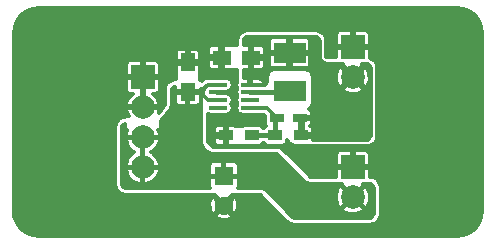
<source format=gbr>
G04 #@! TF.FileFunction,Copper,L1,Top,Signal*
%FSLAX46Y46*%
G04 Gerber Fmt 4.6, Leading zero omitted, Abs format (unit mm)*
G04 Created by KiCad (PCBNEW 4.0.7) date 04/02/18 09:43:40*
%MOMM*%
%LPD*%
G01*
G04 APERTURE LIST*
%ADD10C,0.100000*%
%ADD11O,1.560000X0.380000*%
%ADD12R,2.000000X2.000000*%
%ADD13C,2.000000*%
%ADD14R,2.700000X1.800000*%
%ADD15R,1.250000X1.500000*%
%ADD16R,1.200000X0.750000*%
%ADD17R,1.500000X1.250000*%
%ADD18R,1.600000X1.600000*%
%ADD19C,1.600000*%
%ADD20R,1.200000X0.900000*%
%ADD21C,0.380000*%
%ADD22C,0.390000*%
%ADD23C,0.400000*%
%ADD24C,0.300000*%
%ADD25C,0.600000*%
G04 APERTURE END LIST*
D10*
D11*
X125778095Y-107323000D03*
X125778095Y-107973000D03*
X125778095Y-108633000D03*
X125778095Y-109283000D03*
X128478095Y-109283000D03*
X128478095Y-108633000D03*
X128478095Y-107973000D03*
X128478095Y-107323000D03*
D12*
X137160000Y-114300000D03*
D13*
X137160000Y-116840000D03*
D14*
X131800000Y-107820000D03*
X131800000Y-104620000D03*
D15*
X123190000Y-107930000D03*
X123190000Y-105430000D03*
D16*
X130750000Y-110120000D03*
X132650000Y-110120000D03*
D17*
X128550000Y-105020000D03*
X126050000Y-105020000D03*
D18*
X126238000Y-115062000D03*
D19*
X126238000Y-117562000D03*
D12*
X119380000Y-106680000D03*
D13*
X119380000Y-109220000D03*
X119380000Y-111760000D03*
X119380000Y-114300000D03*
D20*
X132800000Y-111620000D03*
X130600000Y-111620000D03*
X128600000Y-111620000D03*
X126400000Y-111620000D03*
D12*
X137160000Y-104140000D03*
D13*
X137160000Y-106680000D03*
D21*
X124500000Y-107950000D02*
X123210000Y-107950000D01*
X123210000Y-107950000D02*
X123190000Y-107930000D01*
X125778095Y-108633000D02*
X124913000Y-108633000D01*
X124500000Y-108220000D02*
X124500000Y-107950000D01*
X124500000Y-107950000D02*
X124500000Y-107716000D01*
X124913000Y-108633000D02*
X124500000Y-108220000D01*
X125778095Y-107323000D02*
X124897000Y-107323000D01*
D22*
X124504000Y-107716000D02*
X124500000Y-107716000D01*
D21*
X124897000Y-107323000D02*
X124504000Y-107716000D01*
X125778095Y-107973000D02*
X127097000Y-107973000D01*
D22*
X127097000Y-107973000D02*
X127100000Y-107970000D01*
D23*
X130600000Y-111620000D02*
X130600000Y-110270000D01*
X130600000Y-110270000D02*
X130750000Y-110120000D01*
X128600000Y-111620000D02*
X130600000Y-111620000D01*
D21*
X128478095Y-109283000D02*
X129913000Y-109283000D01*
X129913000Y-109283000D02*
X130750000Y-110120000D01*
D24*
X129590000Y-107323000D02*
X129697000Y-107323000D01*
X128409095Y-107323000D02*
X129590000Y-107323000D01*
X129697000Y-107323000D02*
X129790000Y-107230000D01*
D25*
X132800000Y-111620000D02*
X132800000Y-110270000D01*
X132800000Y-110270000D02*
X132650000Y-110120000D01*
D24*
X128504000Y-105156000D02*
X128636000Y-105156000D01*
X128504000Y-105156000D02*
X128504000Y-105516000D01*
X128478095Y-105181905D02*
X128504000Y-105156000D01*
D22*
X128478095Y-107973000D02*
X131647000Y-107973000D01*
D24*
X131800000Y-107820000D02*
X131800000Y-107820000D01*
X131647000Y-107973000D02*
X131800000Y-107820000D01*
G36*
X146832778Y-100980206D02*
X147496384Y-101423614D01*
X147939794Y-102087222D01*
X148105000Y-102917769D01*
X148105000Y-118062231D01*
X147939794Y-118892778D01*
X147496384Y-119556386D01*
X146832778Y-119999794D01*
X146002231Y-120165000D01*
X110537769Y-120165000D01*
X109707222Y-119999794D01*
X109043614Y-119556384D01*
X108600206Y-118892778D01*
X108508047Y-118429462D01*
X125511960Y-118429462D01*
X125596134Y-118615583D01*
X126048182Y-118781015D01*
X126529127Y-118760863D01*
X126879866Y-118615583D01*
X126964040Y-118429462D01*
X126238000Y-117703421D01*
X125511960Y-118429462D01*
X108508047Y-118429462D01*
X108435000Y-118062231D01*
X108435000Y-117372182D01*
X125018985Y-117372182D01*
X125039137Y-117853127D01*
X125184417Y-118203866D01*
X125370538Y-118288040D01*
X126096579Y-117562000D01*
X126379421Y-117562000D01*
X127105462Y-118288040D01*
X127291583Y-118203866D01*
X127457015Y-117751818D01*
X127436863Y-117270873D01*
X127291583Y-116920134D01*
X127105462Y-116835960D01*
X126379421Y-117562000D01*
X126096579Y-117562000D01*
X125370538Y-116835960D01*
X125184417Y-116920134D01*
X125018985Y-117372182D01*
X108435000Y-117372182D01*
X108435000Y-110990000D01*
X117025000Y-110990000D01*
X117025000Y-115705000D01*
X117033646Y-115792790D01*
X117071706Y-115984132D01*
X117138900Y-116146350D01*
X117247287Y-116308561D01*
X117371439Y-116432713D01*
X117533650Y-116541100D01*
X117695868Y-116608294D01*
X117887210Y-116646354D01*
X117975000Y-116655000D01*
X125529841Y-116655000D01*
X125511960Y-116694538D01*
X126238000Y-117420579D01*
X126964040Y-116694538D01*
X126946159Y-116655000D01*
X129288570Y-116655000D01*
X129348655Y-116666952D01*
X129399589Y-116700985D01*
X131615355Y-118916751D01*
X131683546Y-118972714D01*
X131845758Y-119081101D01*
X132007975Y-119148294D01*
X132199317Y-119186354D01*
X132287107Y-119195000D01*
X138565000Y-119195000D01*
X138652790Y-119186354D01*
X138844132Y-119148294D01*
X139006350Y-119081100D01*
X139168561Y-118972713D01*
X139292713Y-118848561D01*
X139401100Y-118686350D01*
X139468294Y-118524132D01*
X139506354Y-118332790D01*
X139515000Y-118245000D01*
X139515000Y-116070000D01*
X139506354Y-115982210D01*
X139468294Y-115790868D01*
X139401100Y-115628650D01*
X139292713Y-115466439D01*
X139168561Y-115342287D01*
X139006350Y-115233900D01*
X138844132Y-115166706D01*
X138652790Y-115128646D01*
X138570000Y-115120492D01*
X138570000Y-114502500D01*
X138467500Y-114400000D01*
X137260000Y-114400000D01*
X137260000Y-114420000D01*
X137060000Y-114420000D01*
X137060000Y-114400000D01*
X135852500Y-114400000D01*
X135750000Y-114502500D01*
X135750000Y-115120000D01*
X133601430Y-115120000D01*
X133541345Y-115108048D01*
X133490411Y-115074015D01*
X131634842Y-113218446D01*
X135750000Y-113218446D01*
X135750000Y-114097500D01*
X135852500Y-114200000D01*
X137060000Y-114200000D01*
X137060000Y-112992500D01*
X137260000Y-112992500D01*
X137260000Y-114200000D01*
X138467500Y-114200000D01*
X138570000Y-114097500D01*
X138570000Y-113218446D01*
X138507581Y-113067754D01*
X138392246Y-112952419D01*
X138241554Y-112890000D01*
X137362500Y-112890000D01*
X137260000Y-112992500D01*
X137060000Y-112992500D01*
X136957500Y-112890000D01*
X136078446Y-112890000D01*
X135927754Y-112952419D01*
X135812419Y-113067754D01*
X135750000Y-113218446D01*
X131634842Y-113218446D01*
X131274645Y-112858249D01*
X131206454Y-112802286D01*
X131044242Y-112693899D01*
X130882025Y-112626706D01*
X130690683Y-112588646D01*
X130602893Y-112580000D01*
X125346430Y-112580000D01*
X125286345Y-112568048D01*
X125235411Y-112534015D01*
X124955985Y-112254589D01*
X124921952Y-112203655D01*
X124910000Y-112143570D01*
X124910000Y-111822500D01*
X125390000Y-111822500D01*
X125390000Y-112151554D01*
X125452419Y-112302246D01*
X125567754Y-112417581D01*
X125718446Y-112480000D01*
X126197500Y-112480000D01*
X126300000Y-112377500D01*
X126300000Y-111720000D01*
X125492500Y-111720000D01*
X125390000Y-111822500D01*
X124910000Y-111822500D01*
X124910000Y-111088446D01*
X125390000Y-111088446D01*
X125390000Y-111417500D01*
X125492500Y-111520000D01*
X126300000Y-111520000D01*
X126300000Y-110862500D01*
X126197500Y-110760000D01*
X125718446Y-110760000D01*
X125567754Y-110822419D01*
X125452419Y-110937754D01*
X125390000Y-111088446D01*
X124910000Y-111088446D01*
X124910000Y-109820509D01*
X124935172Y-109837328D01*
X125164782Y-109883000D01*
X126391408Y-109883000D01*
X126621018Y-109837328D01*
X126815672Y-109707264D01*
X126945736Y-109512610D01*
X126991408Y-109283000D01*
X126945736Y-109053390D01*
X126881998Y-108958000D01*
X126945736Y-108862610D01*
X126991408Y-108633000D01*
X126945736Y-108403390D01*
X126875689Y-108298558D01*
X126938371Y-108159507D01*
X126856440Y-108068000D01*
X126567366Y-108068000D01*
X126391408Y-108033000D01*
X125658095Y-108033000D01*
X125658095Y-107923000D01*
X126391408Y-107923000D01*
X126617640Y-107878000D01*
X126856440Y-107878000D01*
X126938371Y-107786493D01*
X126878381Y-107653413D01*
X126945736Y-107552610D01*
X126991408Y-107323000D01*
X126945736Y-107093390D01*
X126815672Y-106898736D01*
X126621018Y-106768672D01*
X126391408Y-106723000D01*
X124897000Y-106723000D01*
X124667390Y-106768672D01*
X124472736Y-106898736D01*
X124395143Y-106976329D01*
X124239132Y-106911706D01*
X124229000Y-106909691D01*
X124229000Y-106172000D01*
X124225000Y-106150741D01*
X124225000Y-105632500D01*
X124122500Y-105530000D01*
X123290000Y-105530000D01*
X123290000Y-105550000D01*
X123090000Y-105550000D01*
X123090000Y-105530000D01*
X122257500Y-105530000D01*
X122155000Y-105632500D01*
X122155000Y-106152248D01*
X122151000Y-106172000D01*
X122151000Y-106866477D01*
X122078210Y-106873646D01*
X121886868Y-106911706D01*
X121724650Y-106978900D01*
X121562439Y-107087287D01*
X121438287Y-107211439D01*
X121329900Y-107373650D01*
X121262706Y-107535868D01*
X121224646Y-107727210D01*
X121216000Y-107815000D01*
X121216000Y-109006564D01*
X121207067Y-109059015D01*
X121181277Y-109105551D01*
X120726748Y-109673713D01*
X120780842Y-109543118D01*
X120711374Y-109320000D01*
X119621424Y-109320000D01*
X119535565Y-109234141D01*
X119394141Y-109375565D01*
X119480000Y-109461424D01*
X119480000Y-109959000D01*
X119280000Y-109959000D01*
X119280000Y-109461424D01*
X119365859Y-109375565D01*
X119224435Y-109234141D01*
X119138576Y-109320000D01*
X118048626Y-109320000D01*
X117979158Y-109543118D01*
X118166401Y-109959000D01*
X117983000Y-109959000D01*
X117928481Y-109969258D01*
X117878409Y-110001479D01*
X117844818Y-110050642D01*
X117843460Y-110057348D01*
X117695868Y-110086706D01*
X117533650Y-110153900D01*
X117371439Y-110262287D01*
X117247287Y-110386439D01*
X117138900Y-110548650D01*
X117071706Y-110710868D01*
X117033646Y-110902210D01*
X117025000Y-110990000D01*
X108435000Y-110990000D01*
X108435000Y-106882500D01*
X117970000Y-106882500D01*
X117970000Y-107761554D01*
X118032419Y-107912246D01*
X118147754Y-108027581D01*
X118298446Y-108090000D01*
X118507232Y-108090000D01*
X118160976Y-108457934D01*
X117979158Y-108896882D01*
X118048626Y-109120000D01*
X119280000Y-109120000D01*
X119280000Y-106780000D01*
X119480000Y-106780000D01*
X119480000Y-109120000D01*
X120711374Y-109120000D01*
X120780842Y-108896882D01*
X120550557Y-108385399D01*
X120236664Y-108090000D01*
X120461554Y-108090000D01*
X120612246Y-108027581D01*
X120727581Y-107912246D01*
X120790000Y-107761554D01*
X120790000Y-106882500D01*
X120687500Y-106780000D01*
X119480000Y-106780000D01*
X119280000Y-106780000D01*
X118072500Y-106780000D01*
X117970000Y-106882500D01*
X108435000Y-106882500D01*
X108435000Y-105598446D01*
X117970000Y-105598446D01*
X117970000Y-106477500D01*
X118072500Y-106580000D01*
X119280000Y-106580000D01*
X119280000Y-105372500D01*
X119480000Y-105372500D01*
X119480000Y-106580000D01*
X120687500Y-106580000D01*
X120790000Y-106477500D01*
X120790000Y-105598446D01*
X120727581Y-105447754D01*
X120612246Y-105332419D01*
X120461554Y-105270000D01*
X119582500Y-105270000D01*
X119480000Y-105372500D01*
X119280000Y-105372500D01*
X119177500Y-105270000D01*
X118298446Y-105270000D01*
X118147754Y-105332419D01*
X118032419Y-105447754D01*
X117970000Y-105598446D01*
X108435000Y-105598446D01*
X108435000Y-104598446D01*
X122155000Y-104598446D01*
X122155000Y-105227500D01*
X122257500Y-105330000D01*
X123090000Y-105330000D01*
X123090000Y-104372500D01*
X123290000Y-104372500D01*
X123290000Y-105330000D01*
X124122500Y-105330000D01*
X124225000Y-105227500D01*
X124225000Y-105222500D01*
X124890000Y-105222500D01*
X124890000Y-105726554D01*
X124952419Y-105877246D01*
X125067754Y-105992581D01*
X125218446Y-106055000D01*
X125847500Y-106055000D01*
X125950000Y-105952500D01*
X125950000Y-105120000D01*
X124992500Y-105120000D01*
X124890000Y-105222500D01*
X124225000Y-105222500D01*
X124225000Y-104598446D01*
X124162581Y-104447754D01*
X124047246Y-104332419D01*
X124001442Y-104313446D01*
X124890000Y-104313446D01*
X124890000Y-104817500D01*
X124992500Y-104920000D01*
X125950000Y-104920000D01*
X125950000Y-104087500D01*
X126150000Y-104087500D01*
X126150000Y-104920000D01*
X126170000Y-104920000D01*
X126170000Y-105120000D01*
X126150000Y-105120000D01*
X126150000Y-105952500D01*
X126252500Y-106055000D01*
X126685912Y-106055000D01*
X126687642Y-106056182D01*
X126746000Y-106068000D01*
X127352000Y-106068000D01*
X127352000Y-106979000D01*
X127356482Y-107024505D01*
X127310454Y-107093390D01*
X127264782Y-107323000D01*
X127310454Y-107552610D01*
X127374192Y-107648000D01*
X127310454Y-107743390D01*
X127264782Y-107973000D01*
X127310454Y-108202610D01*
X127377533Y-108303000D01*
X127310454Y-108403390D01*
X127264782Y-108633000D01*
X127310454Y-108862610D01*
X127374192Y-108958000D01*
X127310454Y-109053390D01*
X127264782Y-109283000D01*
X127310454Y-109512610D01*
X127440518Y-109707264D01*
X127635172Y-109837328D01*
X127864782Y-109883000D01*
X129664472Y-109883000D01*
X129731968Y-109950496D01*
X129731968Y-110495000D01*
X129760557Y-110646937D01*
X129846985Y-110781251D01*
X129708518Y-110870351D01*
X129614903Y-111007362D01*
X129614369Y-111010000D01*
X129584255Y-111010000D01*
X129499649Y-110878518D01*
X129362638Y-110784903D01*
X129200000Y-110751968D01*
X128000000Y-110751968D01*
X127848063Y-110780557D01*
X127820956Y-110798000D01*
X127173294Y-110798000D01*
X127081554Y-110760000D01*
X126602500Y-110760000D01*
X126500000Y-110862500D01*
X126500000Y-111520000D01*
X126520000Y-111520000D01*
X126520000Y-111720000D01*
X126500000Y-111720000D01*
X126500000Y-112377500D01*
X126602500Y-112480000D01*
X127081554Y-112480000D01*
X127110524Y-112468000D01*
X127901079Y-112468000D01*
X128000000Y-112488032D01*
X129200000Y-112488032D01*
X129351937Y-112459443D01*
X129491482Y-112369649D01*
X129585097Y-112232638D01*
X129585631Y-112230000D01*
X129615745Y-112230000D01*
X129700351Y-112361482D01*
X129837362Y-112455097D01*
X130000000Y-112488032D01*
X131200000Y-112488032D01*
X131351937Y-112459443D01*
X131491482Y-112369649D01*
X131585097Y-112232638D01*
X131618032Y-112070000D01*
X131618032Y-111982566D01*
X131650159Y-112060127D01*
X131758546Y-112222338D01*
X131871662Y-112335454D01*
X131892609Y-112349450D01*
X131900351Y-112361482D01*
X132037362Y-112455097D01*
X132083702Y-112464481D01*
X132181672Y-112505062D01*
X132373014Y-112543122D01*
X132453000Y-112551000D01*
X138311000Y-112551000D01*
X138390986Y-112543122D01*
X138582328Y-112505062D01*
X138730127Y-112443841D01*
X138892338Y-112335454D01*
X139005454Y-112222338D01*
X139113841Y-112060127D01*
X139175062Y-111912328D01*
X139213122Y-111720986D01*
X139221000Y-111641000D01*
X139221000Y-105910000D01*
X139213122Y-105830014D01*
X139175062Y-105638672D01*
X139113841Y-105490873D01*
X139005454Y-105328662D01*
X138892338Y-105215546D01*
X138730127Y-105107159D01*
X138582328Y-105045938D01*
X138570000Y-105043486D01*
X138570000Y-104342500D01*
X138467500Y-104240000D01*
X137260000Y-104240000D01*
X137260000Y-104260000D01*
X137060000Y-104260000D01*
X137060000Y-104240000D01*
X135852500Y-104240000D01*
X135750000Y-104342500D01*
X135750000Y-105000000D01*
X135033380Y-105000000D01*
X134961632Y-104985728D01*
X134935040Y-104967960D01*
X134917272Y-104941368D01*
X134903000Y-104869620D01*
X134903000Y-103624000D01*
X134895122Y-103544014D01*
X134857062Y-103352672D01*
X134795841Y-103204873D01*
X134698001Y-103058446D01*
X135750000Y-103058446D01*
X135750000Y-103937500D01*
X135852500Y-104040000D01*
X137060000Y-104040000D01*
X137060000Y-102832500D01*
X137260000Y-102832500D01*
X137260000Y-104040000D01*
X138467500Y-104040000D01*
X138570000Y-103937500D01*
X138570000Y-103058446D01*
X138507581Y-102907754D01*
X138392246Y-102792419D01*
X138241554Y-102730000D01*
X137362500Y-102730000D01*
X137260000Y-102832500D01*
X137060000Y-102832500D01*
X136957500Y-102730000D01*
X136078446Y-102730000D01*
X135927754Y-102792419D01*
X135812419Y-102907754D01*
X135750000Y-103058446D01*
X134698001Y-103058446D01*
X134687454Y-103042662D01*
X134574338Y-102929546D01*
X134412127Y-102821159D01*
X134264328Y-102759938D01*
X134072986Y-102721878D01*
X133993000Y-102714000D01*
X128262000Y-102714000D01*
X128182014Y-102721878D01*
X127990672Y-102759938D01*
X127842873Y-102821159D01*
X127680662Y-102929546D01*
X127567546Y-103042662D01*
X127459159Y-103204873D01*
X127397938Y-103352672D01*
X127359878Y-103544014D01*
X127352000Y-103624000D01*
X127352000Y-103990000D01*
X126893625Y-103990000D01*
X126881554Y-103985000D01*
X126252500Y-103985000D01*
X126150000Y-104087500D01*
X125950000Y-104087500D01*
X125847500Y-103985000D01*
X125218446Y-103985000D01*
X125067754Y-104047419D01*
X124952419Y-104162754D01*
X124890000Y-104313446D01*
X124001442Y-104313446D01*
X123896554Y-104270000D01*
X123392500Y-104270000D01*
X123290000Y-104372500D01*
X123090000Y-104372500D01*
X122987500Y-104270000D01*
X122483446Y-104270000D01*
X122332754Y-104332419D01*
X122217419Y-104447754D01*
X122155000Y-104598446D01*
X108435000Y-104598446D01*
X108435000Y-102917769D01*
X108600206Y-102087222D01*
X109043614Y-101423616D01*
X109707222Y-100980206D01*
X110537769Y-100815000D01*
X146002231Y-100815000D01*
X146832778Y-100980206D01*
X146832778Y-100980206D01*
G37*
X146832778Y-100980206D02*
X147496384Y-101423614D01*
X147939794Y-102087222D01*
X148105000Y-102917769D01*
X148105000Y-118062231D01*
X147939794Y-118892778D01*
X147496384Y-119556386D01*
X146832778Y-119999794D01*
X146002231Y-120165000D01*
X110537769Y-120165000D01*
X109707222Y-119999794D01*
X109043614Y-119556384D01*
X108600206Y-118892778D01*
X108508047Y-118429462D01*
X125511960Y-118429462D01*
X125596134Y-118615583D01*
X126048182Y-118781015D01*
X126529127Y-118760863D01*
X126879866Y-118615583D01*
X126964040Y-118429462D01*
X126238000Y-117703421D01*
X125511960Y-118429462D01*
X108508047Y-118429462D01*
X108435000Y-118062231D01*
X108435000Y-117372182D01*
X125018985Y-117372182D01*
X125039137Y-117853127D01*
X125184417Y-118203866D01*
X125370538Y-118288040D01*
X126096579Y-117562000D01*
X126379421Y-117562000D01*
X127105462Y-118288040D01*
X127291583Y-118203866D01*
X127457015Y-117751818D01*
X127436863Y-117270873D01*
X127291583Y-116920134D01*
X127105462Y-116835960D01*
X126379421Y-117562000D01*
X126096579Y-117562000D01*
X125370538Y-116835960D01*
X125184417Y-116920134D01*
X125018985Y-117372182D01*
X108435000Y-117372182D01*
X108435000Y-110990000D01*
X117025000Y-110990000D01*
X117025000Y-115705000D01*
X117033646Y-115792790D01*
X117071706Y-115984132D01*
X117138900Y-116146350D01*
X117247287Y-116308561D01*
X117371439Y-116432713D01*
X117533650Y-116541100D01*
X117695868Y-116608294D01*
X117887210Y-116646354D01*
X117975000Y-116655000D01*
X125529841Y-116655000D01*
X125511960Y-116694538D01*
X126238000Y-117420579D01*
X126964040Y-116694538D01*
X126946159Y-116655000D01*
X129288570Y-116655000D01*
X129348655Y-116666952D01*
X129399589Y-116700985D01*
X131615355Y-118916751D01*
X131683546Y-118972714D01*
X131845758Y-119081101D01*
X132007975Y-119148294D01*
X132199317Y-119186354D01*
X132287107Y-119195000D01*
X138565000Y-119195000D01*
X138652790Y-119186354D01*
X138844132Y-119148294D01*
X139006350Y-119081100D01*
X139168561Y-118972713D01*
X139292713Y-118848561D01*
X139401100Y-118686350D01*
X139468294Y-118524132D01*
X139506354Y-118332790D01*
X139515000Y-118245000D01*
X139515000Y-116070000D01*
X139506354Y-115982210D01*
X139468294Y-115790868D01*
X139401100Y-115628650D01*
X139292713Y-115466439D01*
X139168561Y-115342287D01*
X139006350Y-115233900D01*
X138844132Y-115166706D01*
X138652790Y-115128646D01*
X138570000Y-115120492D01*
X138570000Y-114502500D01*
X138467500Y-114400000D01*
X137260000Y-114400000D01*
X137260000Y-114420000D01*
X137060000Y-114420000D01*
X137060000Y-114400000D01*
X135852500Y-114400000D01*
X135750000Y-114502500D01*
X135750000Y-115120000D01*
X133601430Y-115120000D01*
X133541345Y-115108048D01*
X133490411Y-115074015D01*
X131634842Y-113218446D01*
X135750000Y-113218446D01*
X135750000Y-114097500D01*
X135852500Y-114200000D01*
X137060000Y-114200000D01*
X137060000Y-112992500D01*
X137260000Y-112992500D01*
X137260000Y-114200000D01*
X138467500Y-114200000D01*
X138570000Y-114097500D01*
X138570000Y-113218446D01*
X138507581Y-113067754D01*
X138392246Y-112952419D01*
X138241554Y-112890000D01*
X137362500Y-112890000D01*
X137260000Y-112992500D01*
X137060000Y-112992500D01*
X136957500Y-112890000D01*
X136078446Y-112890000D01*
X135927754Y-112952419D01*
X135812419Y-113067754D01*
X135750000Y-113218446D01*
X131634842Y-113218446D01*
X131274645Y-112858249D01*
X131206454Y-112802286D01*
X131044242Y-112693899D01*
X130882025Y-112626706D01*
X130690683Y-112588646D01*
X130602893Y-112580000D01*
X125346430Y-112580000D01*
X125286345Y-112568048D01*
X125235411Y-112534015D01*
X124955985Y-112254589D01*
X124921952Y-112203655D01*
X124910000Y-112143570D01*
X124910000Y-111822500D01*
X125390000Y-111822500D01*
X125390000Y-112151554D01*
X125452419Y-112302246D01*
X125567754Y-112417581D01*
X125718446Y-112480000D01*
X126197500Y-112480000D01*
X126300000Y-112377500D01*
X126300000Y-111720000D01*
X125492500Y-111720000D01*
X125390000Y-111822500D01*
X124910000Y-111822500D01*
X124910000Y-111088446D01*
X125390000Y-111088446D01*
X125390000Y-111417500D01*
X125492500Y-111520000D01*
X126300000Y-111520000D01*
X126300000Y-110862500D01*
X126197500Y-110760000D01*
X125718446Y-110760000D01*
X125567754Y-110822419D01*
X125452419Y-110937754D01*
X125390000Y-111088446D01*
X124910000Y-111088446D01*
X124910000Y-109820509D01*
X124935172Y-109837328D01*
X125164782Y-109883000D01*
X126391408Y-109883000D01*
X126621018Y-109837328D01*
X126815672Y-109707264D01*
X126945736Y-109512610D01*
X126991408Y-109283000D01*
X126945736Y-109053390D01*
X126881998Y-108958000D01*
X126945736Y-108862610D01*
X126991408Y-108633000D01*
X126945736Y-108403390D01*
X126875689Y-108298558D01*
X126938371Y-108159507D01*
X126856440Y-108068000D01*
X126567366Y-108068000D01*
X126391408Y-108033000D01*
X125658095Y-108033000D01*
X125658095Y-107923000D01*
X126391408Y-107923000D01*
X126617640Y-107878000D01*
X126856440Y-107878000D01*
X126938371Y-107786493D01*
X126878381Y-107653413D01*
X126945736Y-107552610D01*
X126991408Y-107323000D01*
X126945736Y-107093390D01*
X126815672Y-106898736D01*
X126621018Y-106768672D01*
X126391408Y-106723000D01*
X124897000Y-106723000D01*
X124667390Y-106768672D01*
X124472736Y-106898736D01*
X124395143Y-106976329D01*
X124239132Y-106911706D01*
X124229000Y-106909691D01*
X124229000Y-106172000D01*
X124225000Y-106150741D01*
X124225000Y-105632500D01*
X124122500Y-105530000D01*
X123290000Y-105530000D01*
X123290000Y-105550000D01*
X123090000Y-105550000D01*
X123090000Y-105530000D01*
X122257500Y-105530000D01*
X122155000Y-105632500D01*
X122155000Y-106152248D01*
X122151000Y-106172000D01*
X122151000Y-106866477D01*
X122078210Y-106873646D01*
X121886868Y-106911706D01*
X121724650Y-106978900D01*
X121562439Y-107087287D01*
X121438287Y-107211439D01*
X121329900Y-107373650D01*
X121262706Y-107535868D01*
X121224646Y-107727210D01*
X121216000Y-107815000D01*
X121216000Y-109006564D01*
X121207067Y-109059015D01*
X121181277Y-109105551D01*
X120726748Y-109673713D01*
X120780842Y-109543118D01*
X120711374Y-109320000D01*
X119621424Y-109320000D01*
X119535565Y-109234141D01*
X119394141Y-109375565D01*
X119480000Y-109461424D01*
X119480000Y-109959000D01*
X119280000Y-109959000D01*
X119280000Y-109461424D01*
X119365859Y-109375565D01*
X119224435Y-109234141D01*
X119138576Y-109320000D01*
X118048626Y-109320000D01*
X117979158Y-109543118D01*
X118166401Y-109959000D01*
X117983000Y-109959000D01*
X117928481Y-109969258D01*
X117878409Y-110001479D01*
X117844818Y-110050642D01*
X117843460Y-110057348D01*
X117695868Y-110086706D01*
X117533650Y-110153900D01*
X117371439Y-110262287D01*
X117247287Y-110386439D01*
X117138900Y-110548650D01*
X117071706Y-110710868D01*
X117033646Y-110902210D01*
X117025000Y-110990000D01*
X108435000Y-110990000D01*
X108435000Y-106882500D01*
X117970000Y-106882500D01*
X117970000Y-107761554D01*
X118032419Y-107912246D01*
X118147754Y-108027581D01*
X118298446Y-108090000D01*
X118507232Y-108090000D01*
X118160976Y-108457934D01*
X117979158Y-108896882D01*
X118048626Y-109120000D01*
X119280000Y-109120000D01*
X119280000Y-106780000D01*
X119480000Y-106780000D01*
X119480000Y-109120000D01*
X120711374Y-109120000D01*
X120780842Y-108896882D01*
X120550557Y-108385399D01*
X120236664Y-108090000D01*
X120461554Y-108090000D01*
X120612246Y-108027581D01*
X120727581Y-107912246D01*
X120790000Y-107761554D01*
X120790000Y-106882500D01*
X120687500Y-106780000D01*
X119480000Y-106780000D01*
X119280000Y-106780000D01*
X118072500Y-106780000D01*
X117970000Y-106882500D01*
X108435000Y-106882500D01*
X108435000Y-105598446D01*
X117970000Y-105598446D01*
X117970000Y-106477500D01*
X118072500Y-106580000D01*
X119280000Y-106580000D01*
X119280000Y-105372500D01*
X119480000Y-105372500D01*
X119480000Y-106580000D01*
X120687500Y-106580000D01*
X120790000Y-106477500D01*
X120790000Y-105598446D01*
X120727581Y-105447754D01*
X120612246Y-105332419D01*
X120461554Y-105270000D01*
X119582500Y-105270000D01*
X119480000Y-105372500D01*
X119280000Y-105372500D01*
X119177500Y-105270000D01*
X118298446Y-105270000D01*
X118147754Y-105332419D01*
X118032419Y-105447754D01*
X117970000Y-105598446D01*
X108435000Y-105598446D01*
X108435000Y-104598446D01*
X122155000Y-104598446D01*
X122155000Y-105227500D01*
X122257500Y-105330000D01*
X123090000Y-105330000D01*
X123090000Y-104372500D01*
X123290000Y-104372500D01*
X123290000Y-105330000D01*
X124122500Y-105330000D01*
X124225000Y-105227500D01*
X124225000Y-105222500D01*
X124890000Y-105222500D01*
X124890000Y-105726554D01*
X124952419Y-105877246D01*
X125067754Y-105992581D01*
X125218446Y-106055000D01*
X125847500Y-106055000D01*
X125950000Y-105952500D01*
X125950000Y-105120000D01*
X124992500Y-105120000D01*
X124890000Y-105222500D01*
X124225000Y-105222500D01*
X124225000Y-104598446D01*
X124162581Y-104447754D01*
X124047246Y-104332419D01*
X124001442Y-104313446D01*
X124890000Y-104313446D01*
X124890000Y-104817500D01*
X124992500Y-104920000D01*
X125950000Y-104920000D01*
X125950000Y-104087500D01*
X126150000Y-104087500D01*
X126150000Y-104920000D01*
X126170000Y-104920000D01*
X126170000Y-105120000D01*
X126150000Y-105120000D01*
X126150000Y-105952500D01*
X126252500Y-106055000D01*
X126685912Y-106055000D01*
X126687642Y-106056182D01*
X126746000Y-106068000D01*
X127352000Y-106068000D01*
X127352000Y-106979000D01*
X127356482Y-107024505D01*
X127310454Y-107093390D01*
X127264782Y-107323000D01*
X127310454Y-107552610D01*
X127374192Y-107648000D01*
X127310454Y-107743390D01*
X127264782Y-107973000D01*
X127310454Y-108202610D01*
X127377533Y-108303000D01*
X127310454Y-108403390D01*
X127264782Y-108633000D01*
X127310454Y-108862610D01*
X127374192Y-108958000D01*
X127310454Y-109053390D01*
X127264782Y-109283000D01*
X127310454Y-109512610D01*
X127440518Y-109707264D01*
X127635172Y-109837328D01*
X127864782Y-109883000D01*
X129664472Y-109883000D01*
X129731968Y-109950496D01*
X129731968Y-110495000D01*
X129760557Y-110646937D01*
X129846985Y-110781251D01*
X129708518Y-110870351D01*
X129614903Y-111007362D01*
X129614369Y-111010000D01*
X129584255Y-111010000D01*
X129499649Y-110878518D01*
X129362638Y-110784903D01*
X129200000Y-110751968D01*
X128000000Y-110751968D01*
X127848063Y-110780557D01*
X127820956Y-110798000D01*
X127173294Y-110798000D01*
X127081554Y-110760000D01*
X126602500Y-110760000D01*
X126500000Y-110862500D01*
X126500000Y-111520000D01*
X126520000Y-111520000D01*
X126520000Y-111720000D01*
X126500000Y-111720000D01*
X126500000Y-112377500D01*
X126602500Y-112480000D01*
X127081554Y-112480000D01*
X127110524Y-112468000D01*
X127901079Y-112468000D01*
X128000000Y-112488032D01*
X129200000Y-112488032D01*
X129351937Y-112459443D01*
X129491482Y-112369649D01*
X129585097Y-112232638D01*
X129585631Y-112230000D01*
X129615745Y-112230000D01*
X129700351Y-112361482D01*
X129837362Y-112455097D01*
X130000000Y-112488032D01*
X131200000Y-112488032D01*
X131351937Y-112459443D01*
X131491482Y-112369649D01*
X131585097Y-112232638D01*
X131618032Y-112070000D01*
X131618032Y-111982566D01*
X131650159Y-112060127D01*
X131758546Y-112222338D01*
X131871662Y-112335454D01*
X131892609Y-112349450D01*
X131900351Y-112361482D01*
X132037362Y-112455097D01*
X132083702Y-112464481D01*
X132181672Y-112505062D01*
X132373014Y-112543122D01*
X132453000Y-112551000D01*
X138311000Y-112551000D01*
X138390986Y-112543122D01*
X138582328Y-112505062D01*
X138730127Y-112443841D01*
X138892338Y-112335454D01*
X139005454Y-112222338D01*
X139113841Y-112060127D01*
X139175062Y-111912328D01*
X139213122Y-111720986D01*
X139221000Y-111641000D01*
X139221000Y-105910000D01*
X139213122Y-105830014D01*
X139175062Y-105638672D01*
X139113841Y-105490873D01*
X139005454Y-105328662D01*
X138892338Y-105215546D01*
X138730127Y-105107159D01*
X138582328Y-105045938D01*
X138570000Y-105043486D01*
X138570000Y-104342500D01*
X138467500Y-104240000D01*
X137260000Y-104240000D01*
X137260000Y-104260000D01*
X137060000Y-104260000D01*
X137060000Y-104240000D01*
X135852500Y-104240000D01*
X135750000Y-104342500D01*
X135750000Y-105000000D01*
X135033380Y-105000000D01*
X134961632Y-104985728D01*
X134935040Y-104967960D01*
X134917272Y-104941368D01*
X134903000Y-104869620D01*
X134903000Y-103624000D01*
X134895122Y-103544014D01*
X134857062Y-103352672D01*
X134795841Y-103204873D01*
X134698001Y-103058446D01*
X135750000Y-103058446D01*
X135750000Y-103937500D01*
X135852500Y-104040000D01*
X137060000Y-104040000D01*
X137060000Y-102832500D01*
X137260000Y-102832500D01*
X137260000Y-104040000D01*
X138467500Y-104040000D01*
X138570000Y-103937500D01*
X138570000Y-103058446D01*
X138507581Y-102907754D01*
X138392246Y-102792419D01*
X138241554Y-102730000D01*
X137362500Y-102730000D01*
X137260000Y-102832500D01*
X137060000Y-102832500D01*
X136957500Y-102730000D01*
X136078446Y-102730000D01*
X135927754Y-102792419D01*
X135812419Y-102907754D01*
X135750000Y-103058446D01*
X134698001Y-103058446D01*
X134687454Y-103042662D01*
X134574338Y-102929546D01*
X134412127Y-102821159D01*
X134264328Y-102759938D01*
X134072986Y-102721878D01*
X133993000Y-102714000D01*
X128262000Y-102714000D01*
X128182014Y-102721878D01*
X127990672Y-102759938D01*
X127842873Y-102821159D01*
X127680662Y-102929546D01*
X127567546Y-103042662D01*
X127459159Y-103204873D01*
X127397938Y-103352672D01*
X127359878Y-103544014D01*
X127352000Y-103624000D01*
X127352000Y-103990000D01*
X126893625Y-103990000D01*
X126881554Y-103985000D01*
X126252500Y-103985000D01*
X126150000Y-104087500D01*
X125950000Y-104087500D01*
X125847500Y-103985000D01*
X125218446Y-103985000D01*
X125067754Y-104047419D01*
X124952419Y-104162754D01*
X124890000Y-104313446D01*
X124001442Y-104313446D01*
X123896554Y-104270000D01*
X123392500Y-104270000D01*
X123290000Y-104372500D01*
X123090000Y-104372500D01*
X122987500Y-104270000D01*
X122483446Y-104270000D01*
X122332754Y-104332419D01*
X122217419Y-104447754D01*
X122155000Y-104598446D01*
X108435000Y-104598446D01*
X108435000Y-102917769D01*
X108600206Y-102087222D01*
X109043614Y-101423616D01*
X109707222Y-100980206D01*
X110537769Y-100815000D01*
X146002231Y-100815000D01*
X146832778Y-100980206D01*
G36*
X134125815Y-103303357D02*
X134238409Y-103378591D01*
X134313643Y-103491185D01*
X134343000Y-103638774D01*
X134343000Y-104910000D01*
X134345882Y-104939263D01*
X134383942Y-105130605D01*
X134406340Y-105184678D01*
X134514727Y-105346889D01*
X134556111Y-105388273D01*
X134718322Y-105496660D01*
X134772395Y-105519058D01*
X134963737Y-105557118D01*
X134993000Y-105560000D01*
X136345933Y-105560000D01*
X136289287Y-105667866D01*
X137160000Y-106538579D01*
X138030713Y-105667866D01*
X137974067Y-105560000D01*
X138296226Y-105560000D01*
X138443815Y-105589357D01*
X138556409Y-105664591D01*
X138631643Y-105777185D01*
X138661000Y-105924774D01*
X138661000Y-111626226D01*
X138631643Y-111773815D01*
X138556409Y-111886409D01*
X138443815Y-111961643D01*
X138296226Y-111991000D01*
X133810000Y-111991000D01*
X133810000Y-111822500D01*
X133707500Y-111720000D01*
X132900000Y-111720000D01*
X132900000Y-111740000D01*
X132700000Y-111740000D01*
X132700000Y-111720000D01*
X132680000Y-111720000D01*
X132680000Y-111520000D01*
X132700000Y-111520000D01*
X132700000Y-111500000D01*
X132900000Y-111500000D01*
X132900000Y-111520000D01*
X133707500Y-111520000D01*
X133810000Y-111417500D01*
X133810000Y-111088446D01*
X133747581Y-110937754D01*
X133632246Y-110822419D01*
X133540437Y-110784390D01*
X133597581Y-110727246D01*
X133660000Y-110576554D01*
X133660000Y-110322500D01*
X133557500Y-110220000D01*
X132750000Y-110220000D01*
X132750000Y-110240000D01*
X132550000Y-110240000D01*
X132550000Y-110220000D01*
X132530000Y-110220000D01*
X132530000Y-110020000D01*
X132550000Y-110020000D01*
X132550000Y-110000000D01*
X132750000Y-110000000D01*
X132750000Y-110020000D01*
X133557500Y-110020000D01*
X133660000Y-109917500D01*
X133660000Y-109663446D01*
X133597581Y-109512754D01*
X133482246Y-109397419D01*
X133451794Y-109384805D01*
X133540889Y-109325273D01*
X133582273Y-109283889D01*
X133690660Y-109121678D01*
X133713058Y-109067605D01*
X133751118Y-108876263D01*
X133754000Y-108847000D01*
X133754000Y-107692134D01*
X136289287Y-107692134D01*
X136397934Y-107899024D01*
X136922443Y-108097861D01*
X137483118Y-108080842D01*
X137922066Y-107899024D01*
X138030713Y-107692134D01*
X137160000Y-106821421D01*
X136289287Y-107692134D01*
X133754000Y-107692134D01*
X133754000Y-106672000D01*
X133751118Y-106642737D01*
X133713058Y-106451395D01*
X133709350Y-106442443D01*
X135742139Y-106442443D01*
X135759158Y-107003118D01*
X135940976Y-107442066D01*
X136147866Y-107550713D01*
X137018579Y-106680000D01*
X137301421Y-106680000D01*
X138172134Y-107550713D01*
X138379024Y-107442066D01*
X138577861Y-106917557D01*
X138560842Y-106356882D01*
X138379024Y-105917934D01*
X138172134Y-105809287D01*
X137301421Y-106680000D01*
X137018579Y-106680000D01*
X136147866Y-105809287D01*
X135940976Y-105917934D01*
X135742139Y-106442443D01*
X133709350Y-106442443D01*
X133690660Y-106397322D01*
X133582273Y-106235111D01*
X133540889Y-106193727D01*
X133378678Y-106085340D01*
X133324605Y-106062942D01*
X133133263Y-106024882D01*
X133104000Y-106022000D01*
X130548000Y-106022000D01*
X130518737Y-106024882D01*
X130327395Y-106062942D01*
X130273322Y-106085340D01*
X130111111Y-106193727D01*
X130069727Y-106235111D01*
X129961340Y-106397322D01*
X129938942Y-106451395D01*
X129900882Y-106642737D01*
X129898000Y-106672000D01*
X129898000Y-106964226D01*
X129868643Y-107111815D01*
X129793409Y-107224409D01*
X129680815Y-107299643D01*
X129668095Y-107302173D01*
X129668095Y-107222998D01*
X129560919Y-107222998D01*
X129638371Y-107136493D01*
X129563070Y-106969447D01*
X129390093Y-106806941D01*
X129168095Y-106723000D01*
X128578095Y-106723000D01*
X128578095Y-107228000D01*
X128598095Y-107228000D01*
X128598095Y-107329000D01*
X128358095Y-107329000D01*
X128358095Y-107228000D01*
X128378095Y-107228000D01*
X128378095Y-106723000D01*
X127912000Y-106723000D01*
X127912000Y-106055000D01*
X128347500Y-106055000D01*
X128450000Y-105952500D01*
X128450000Y-105120000D01*
X128650000Y-105120000D01*
X128650000Y-105952500D01*
X128752500Y-106055000D01*
X129381554Y-106055000D01*
X129532246Y-105992581D01*
X129647581Y-105877246D01*
X129710000Y-105726554D01*
X129710000Y-105222500D01*
X129607500Y-105120000D01*
X128650000Y-105120000D01*
X128450000Y-105120000D01*
X128430000Y-105120000D01*
X128430000Y-104920000D01*
X128450000Y-104920000D01*
X128450000Y-104087500D01*
X128650000Y-104087500D01*
X128650000Y-104920000D01*
X129607500Y-104920000D01*
X129705000Y-104822500D01*
X130040000Y-104822500D01*
X130040000Y-105601554D01*
X130102419Y-105752246D01*
X130217754Y-105867581D01*
X130368446Y-105930000D01*
X131597500Y-105930000D01*
X131700000Y-105827500D01*
X131700000Y-104720000D01*
X131900000Y-104720000D01*
X131900000Y-105827500D01*
X132002500Y-105930000D01*
X133231554Y-105930000D01*
X133382246Y-105867581D01*
X133497581Y-105752246D01*
X133560000Y-105601554D01*
X133560000Y-104822500D01*
X133457500Y-104720000D01*
X131900000Y-104720000D01*
X131700000Y-104720000D01*
X130142500Y-104720000D01*
X130040000Y-104822500D01*
X129705000Y-104822500D01*
X129710000Y-104817500D01*
X129710000Y-104313446D01*
X129647581Y-104162754D01*
X129532246Y-104047419D01*
X129381554Y-103985000D01*
X128752500Y-103985000D01*
X128650000Y-104087500D01*
X128450000Y-104087500D01*
X128347500Y-103985000D01*
X127912000Y-103985000D01*
X127912000Y-103638774D01*
X127912065Y-103638446D01*
X130040000Y-103638446D01*
X130040000Y-104417500D01*
X130142500Y-104520000D01*
X131700000Y-104520000D01*
X131700000Y-103412500D01*
X131900000Y-103412500D01*
X131900000Y-104520000D01*
X133457500Y-104520000D01*
X133560000Y-104417500D01*
X133560000Y-103638446D01*
X133497581Y-103487754D01*
X133382246Y-103372419D01*
X133231554Y-103310000D01*
X132002500Y-103310000D01*
X131900000Y-103412500D01*
X131700000Y-103412500D01*
X131597500Y-103310000D01*
X130368446Y-103310000D01*
X130217754Y-103372419D01*
X130102419Y-103487754D01*
X130040000Y-103638446D01*
X127912065Y-103638446D01*
X127941357Y-103491185D01*
X128016591Y-103378591D01*
X128129185Y-103303357D01*
X128276774Y-103274000D01*
X133978226Y-103274000D01*
X134125815Y-103303357D01*
X134125815Y-103303357D01*
G37*
X134125815Y-103303357D02*
X134238409Y-103378591D01*
X134313643Y-103491185D01*
X134343000Y-103638774D01*
X134343000Y-104910000D01*
X134345882Y-104939263D01*
X134383942Y-105130605D01*
X134406340Y-105184678D01*
X134514727Y-105346889D01*
X134556111Y-105388273D01*
X134718322Y-105496660D01*
X134772395Y-105519058D01*
X134963737Y-105557118D01*
X134993000Y-105560000D01*
X136345933Y-105560000D01*
X136289287Y-105667866D01*
X137160000Y-106538579D01*
X138030713Y-105667866D01*
X137974067Y-105560000D01*
X138296226Y-105560000D01*
X138443815Y-105589357D01*
X138556409Y-105664591D01*
X138631643Y-105777185D01*
X138661000Y-105924774D01*
X138661000Y-111626226D01*
X138631643Y-111773815D01*
X138556409Y-111886409D01*
X138443815Y-111961643D01*
X138296226Y-111991000D01*
X133810000Y-111991000D01*
X133810000Y-111822500D01*
X133707500Y-111720000D01*
X132900000Y-111720000D01*
X132900000Y-111740000D01*
X132700000Y-111740000D01*
X132700000Y-111720000D01*
X132680000Y-111720000D01*
X132680000Y-111520000D01*
X132700000Y-111520000D01*
X132700000Y-111500000D01*
X132900000Y-111500000D01*
X132900000Y-111520000D01*
X133707500Y-111520000D01*
X133810000Y-111417500D01*
X133810000Y-111088446D01*
X133747581Y-110937754D01*
X133632246Y-110822419D01*
X133540437Y-110784390D01*
X133597581Y-110727246D01*
X133660000Y-110576554D01*
X133660000Y-110322500D01*
X133557500Y-110220000D01*
X132750000Y-110220000D01*
X132750000Y-110240000D01*
X132550000Y-110240000D01*
X132550000Y-110220000D01*
X132530000Y-110220000D01*
X132530000Y-110020000D01*
X132550000Y-110020000D01*
X132550000Y-110000000D01*
X132750000Y-110000000D01*
X132750000Y-110020000D01*
X133557500Y-110020000D01*
X133660000Y-109917500D01*
X133660000Y-109663446D01*
X133597581Y-109512754D01*
X133482246Y-109397419D01*
X133451794Y-109384805D01*
X133540889Y-109325273D01*
X133582273Y-109283889D01*
X133690660Y-109121678D01*
X133713058Y-109067605D01*
X133751118Y-108876263D01*
X133754000Y-108847000D01*
X133754000Y-107692134D01*
X136289287Y-107692134D01*
X136397934Y-107899024D01*
X136922443Y-108097861D01*
X137483118Y-108080842D01*
X137922066Y-107899024D01*
X138030713Y-107692134D01*
X137160000Y-106821421D01*
X136289287Y-107692134D01*
X133754000Y-107692134D01*
X133754000Y-106672000D01*
X133751118Y-106642737D01*
X133713058Y-106451395D01*
X133709350Y-106442443D01*
X135742139Y-106442443D01*
X135759158Y-107003118D01*
X135940976Y-107442066D01*
X136147866Y-107550713D01*
X137018579Y-106680000D01*
X137301421Y-106680000D01*
X138172134Y-107550713D01*
X138379024Y-107442066D01*
X138577861Y-106917557D01*
X138560842Y-106356882D01*
X138379024Y-105917934D01*
X138172134Y-105809287D01*
X137301421Y-106680000D01*
X137018579Y-106680000D01*
X136147866Y-105809287D01*
X135940976Y-105917934D01*
X135742139Y-106442443D01*
X133709350Y-106442443D01*
X133690660Y-106397322D01*
X133582273Y-106235111D01*
X133540889Y-106193727D01*
X133378678Y-106085340D01*
X133324605Y-106062942D01*
X133133263Y-106024882D01*
X133104000Y-106022000D01*
X130548000Y-106022000D01*
X130518737Y-106024882D01*
X130327395Y-106062942D01*
X130273322Y-106085340D01*
X130111111Y-106193727D01*
X130069727Y-106235111D01*
X129961340Y-106397322D01*
X129938942Y-106451395D01*
X129900882Y-106642737D01*
X129898000Y-106672000D01*
X129898000Y-106964226D01*
X129868643Y-107111815D01*
X129793409Y-107224409D01*
X129680815Y-107299643D01*
X129668095Y-107302173D01*
X129668095Y-107222998D01*
X129560919Y-107222998D01*
X129638371Y-107136493D01*
X129563070Y-106969447D01*
X129390093Y-106806941D01*
X129168095Y-106723000D01*
X128578095Y-106723000D01*
X128578095Y-107228000D01*
X128598095Y-107228000D01*
X128598095Y-107329000D01*
X128358095Y-107329000D01*
X128358095Y-107228000D01*
X128378095Y-107228000D01*
X128378095Y-106723000D01*
X127912000Y-106723000D01*
X127912000Y-106055000D01*
X128347500Y-106055000D01*
X128450000Y-105952500D01*
X128450000Y-105120000D01*
X128650000Y-105120000D01*
X128650000Y-105952500D01*
X128752500Y-106055000D01*
X129381554Y-106055000D01*
X129532246Y-105992581D01*
X129647581Y-105877246D01*
X129710000Y-105726554D01*
X129710000Y-105222500D01*
X129607500Y-105120000D01*
X128650000Y-105120000D01*
X128450000Y-105120000D01*
X128430000Y-105120000D01*
X128430000Y-104920000D01*
X128450000Y-104920000D01*
X128450000Y-104087500D01*
X128650000Y-104087500D01*
X128650000Y-104920000D01*
X129607500Y-104920000D01*
X129705000Y-104822500D01*
X130040000Y-104822500D01*
X130040000Y-105601554D01*
X130102419Y-105752246D01*
X130217754Y-105867581D01*
X130368446Y-105930000D01*
X131597500Y-105930000D01*
X131700000Y-105827500D01*
X131700000Y-104720000D01*
X131900000Y-104720000D01*
X131900000Y-105827500D01*
X132002500Y-105930000D01*
X133231554Y-105930000D01*
X133382246Y-105867581D01*
X133497581Y-105752246D01*
X133560000Y-105601554D01*
X133560000Y-104822500D01*
X133457500Y-104720000D01*
X131900000Y-104720000D01*
X131700000Y-104720000D01*
X130142500Y-104720000D01*
X130040000Y-104822500D01*
X129705000Y-104822500D01*
X129710000Y-104817500D01*
X129710000Y-104313446D01*
X129647581Y-104162754D01*
X129532246Y-104047419D01*
X129381554Y-103985000D01*
X128752500Y-103985000D01*
X128650000Y-104087500D01*
X128450000Y-104087500D01*
X128347500Y-103985000D01*
X127912000Y-103985000D01*
X127912000Y-103638774D01*
X127912065Y-103638446D01*
X130040000Y-103638446D01*
X130040000Y-104417500D01*
X130142500Y-104520000D01*
X131700000Y-104520000D01*
X131700000Y-103412500D01*
X131900000Y-103412500D01*
X131900000Y-104520000D01*
X133457500Y-104520000D01*
X133560000Y-104417500D01*
X133560000Y-103638446D01*
X133497581Y-103487754D01*
X133382246Y-103372419D01*
X133231554Y-103310000D01*
X132002500Y-103310000D01*
X131900000Y-103412500D01*
X131700000Y-103412500D01*
X131597500Y-103310000D01*
X130368446Y-103310000D01*
X130217754Y-103372419D01*
X130102419Y-103487754D01*
X130040000Y-103638446D01*
X127912065Y-103638446D01*
X127941357Y-103491185D01*
X128016591Y-103378591D01*
X128129185Y-103303357D01*
X128276774Y-103274000D01*
X133978226Y-103274000D01*
X134125815Y-103303357D01*
G36*
X122115000Y-107767500D02*
X122227500Y-107880000D01*
X123140000Y-107880000D01*
X123140000Y-107860000D01*
X123240000Y-107860000D01*
X123240000Y-107880000D01*
X124152500Y-107880000D01*
X124265000Y-107767500D01*
X124265000Y-107658774D01*
X124280643Y-107682185D01*
X124310000Y-107829774D01*
X124310000Y-112187893D01*
X124312882Y-112217156D01*
X124350942Y-112408498D01*
X124373340Y-112462571D01*
X124481727Y-112624783D01*
X124500381Y-112647513D01*
X124842487Y-112989619D01*
X124865217Y-113008273D01*
X125027429Y-113116660D01*
X125081502Y-113139058D01*
X125272844Y-113177118D01*
X125302107Y-113180000D01*
X130588119Y-113180000D01*
X130735708Y-113209357D01*
X130860827Y-113292959D01*
X133097487Y-115529619D01*
X133120217Y-115548273D01*
X133282429Y-115656660D01*
X133336502Y-115679058D01*
X133527844Y-115717118D01*
X133557107Y-115720000D01*
X135977590Y-115720000D01*
X135981495Y-115722668D01*
X136160000Y-115758816D01*
X136266772Y-115758816D01*
X136230160Y-115839450D01*
X137160000Y-116769289D01*
X138089840Y-115839450D01*
X138053228Y-115758816D01*
X138160000Y-115758816D01*
X138326760Y-115727438D01*
X138338319Y-115720000D01*
X138550226Y-115720000D01*
X138697815Y-115749357D01*
X138810409Y-115824591D01*
X138885643Y-115937185D01*
X138915000Y-116084774D01*
X138915000Y-118230226D01*
X138885643Y-118377815D01*
X138810409Y-118490409D01*
X138697815Y-118565643D01*
X138550226Y-118595000D01*
X132301881Y-118595000D01*
X132154292Y-118565643D01*
X132029173Y-118482041D01*
X131387682Y-117840550D01*
X136230160Y-117840550D01*
X136331962Y-118064761D01*
X136863689Y-118288409D01*
X137440526Y-118291549D01*
X137974656Y-118073703D01*
X137988038Y-118064761D01*
X138089840Y-117840550D01*
X137160000Y-116910711D01*
X136230160Y-117840550D01*
X131387682Y-117840550D01*
X130667658Y-117120526D01*
X135708451Y-117120526D01*
X135926297Y-117654656D01*
X135935239Y-117668038D01*
X136159450Y-117769840D01*
X137089289Y-116840000D01*
X137230711Y-116840000D01*
X138160550Y-117769840D01*
X138384761Y-117668038D01*
X138608409Y-117136311D01*
X138611549Y-116559474D01*
X138393703Y-116025344D01*
X138384761Y-116011962D01*
X138160550Y-115910160D01*
X137230711Y-116840000D01*
X137089289Y-116840000D01*
X136159450Y-115910160D01*
X135935239Y-116011962D01*
X135711591Y-116543689D01*
X135708451Y-117120526D01*
X130667658Y-117120526D01*
X129792513Y-116245381D01*
X129769783Y-116226727D01*
X129607571Y-116118340D01*
X129553498Y-116095942D01*
X129362156Y-116057882D01*
X129332893Y-116055000D01*
X127445133Y-116055000D01*
X127488000Y-115951511D01*
X127488000Y-115224500D01*
X127375500Y-115112000D01*
X126288000Y-115112000D01*
X126288000Y-115132000D01*
X126188000Y-115132000D01*
X126188000Y-115112000D01*
X125100500Y-115112000D01*
X124988000Y-115224500D01*
X124988000Y-115951511D01*
X125030867Y-116055000D01*
X117989774Y-116055000D01*
X117842185Y-116025643D01*
X117729591Y-115950409D01*
X117654357Y-115837815D01*
X117625000Y-115690226D01*
X117625000Y-114580526D01*
X117928452Y-114580526D01*
X118146297Y-115114656D01*
X118551962Y-115524762D01*
X119083689Y-115748409D01*
X119099474Y-115751548D01*
X119330000Y-115664992D01*
X119330000Y-114350000D01*
X119430000Y-114350000D01*
X119430000Y-115664992D01*
X119660526Y-115751548D01*
X120194656Y-115533703D01*
X120604762Y-115128038D01*
X120828409Y-114596311D01*
X120831548Y-114580526D01*
X120744992Y-114350000D01*
X119430000Y-114350000D01*
X119330000Y-114350000D01*
X118015008Y-114350000D01*
X117928452Y-114580526D01*
X117625000Y-114580526D01*
X117625000Y-112040526D01*
X117928452Y-112040526D01*
X118146297Y-112574656D01*
X118551962Y-112984762D01*
X118656968Y-113028928D01*
X118565344Y-113066297D01*
X118155238Y-113471962D01*
X117931591Y-114003689D01*
X117928452Y-114019474D01*
X118015008Y-114250000D01*
X119330000Y-114250000D01*
X119330000Y-111810000D01*
X119430000Y-111810000D01*
X119430000Y-114250000D01*
X120744992Y-114250000D01*
X120774095Y-114172489D01*
X124988000Y-114172489D01*
X124988000Y-114899500D01*
X125100500Y-115012000D01*
X126188000Y-115012000D01*
X126188000Y-113924500D01*
X126288000Y-113924500D01*
X126288000Y-115012000D01*
X127375500Y-115012000D01*
X127488000Y-114899500D01*
X127488000Y-114172489D01*
X127419491Y-114007095D01*
X127292904Y-113880508D01*
X127127510Y-113812000D01*
X126400500Y-113812000D01*
X126288000Y-113924500D01*
X126188000Y-113924500D01*
X126075500Y-113812000D01*
X125348490Y-113812000D01*
X125183096Y-113880508D01*
X125056509Y-114007095D01*
X124988000Y-114172489D01*
X120774095Y-114172489D01*
X120831548Y-114019474D01*
X120613703Y-113485344D01*
X120208038Y-113075238D01*
X120103032Y-113031072D01*
X120194656Y-112993703D01*
X120604762Y-112588038D01*
X120828409Y-112056311D01*
X120831548Y-112040526D01*
X120744992Y-111810000D01*
X119430000Y-111810000D01*
X119330000Y-111810000D01*
X118015008Y-111810000D01*
X117928452Y-112040526D01*
X117625000Y-112040526D01*
X117625000Y-111004774D01*
X117654357Y-110857185D01*
X117729591Y-110744591D01*
X117833000Y-110675494D01*
X117833000Y-110998000D01*
X117843258Y-111052519D01*
X117875479Y-111102591D01*
X117924642Y-111136182D01*
X117983000Y-111148000D01*
X118064371Y-111148000D01*
X117931591Y-111463689D01*
X117928452Y-111479474D01*
X118015008Y-111710000D01*
X119259287Y-111710000D01*
X119295146Y-111745859D01*
X119365859Y-111675146D01*
X119330000Y-111639287D01*
X119330000Y-111148000D01*
X119430000Y-111148000D01*
X119430000Y-111639287D01*
X119394141Y-111675146D01*
X119464854Y-111745859D01*
X119500713Y-111710000D01*
X120744992Y-111710000D01*
X120831548Y-111479474D01*
X120696356Y-111148000D01*
X120777000Y-111148000D01*
X120831519Y-111137742D01*
X120881591Y-111105521D01*
X120915182Y-111056358D01*
X120927000Y-110998000D01*
X120927000Y-110383867D01*
X121673564Y-109450661D01*
X121687633Y-109429667D01*
X121769013Y-109282823D01*
X121785685Y-109235296D01*
X121813871Y-109069792D01*
X121816000Y-109044609D01*
X121816000Y-108092500D01*
X122115000Y-108092500D01*
X122115000Y-108769511D01*
X122183509Y-108934905D01*
X122310096Y-109061492D01*
X122475490Y-109130000D01*
X123027500Y-109130000D01*
X123140000Y-109017500D01*
X123140000Y-107980000D01*
X123240000Y-107980000D01*
X123240000Y-109017500D01*
X123352500Y-109130000D01*
X123904510Y-109130000D01*
X124069904Y-109061492D01*
X124196491Y-108934905D01*
X124265000Y-108769511D01*
X124265000Y-108092500D01*
X124152500Y-107980000D01*
X123240000Y-107980000D01*
X123140000Y-107980000D01*
X122227500Y-107980000D01*
X122115000Y-108092500D01*
X121816000Y-108092500D01*
X121816000Y-107829774D01*
X121845357Y-107682185D01*
X121920591Y-107569591D01*
X122033185Y-107494357D01*
X122115000Y-107478083D01*
X122115000Y-107767500D01*
X122115000Y-107767500D01*
G37*
X122115000Y-107767500D02*
X122227500Y-107880000D01*
X123140000Y-107880000D01*
X123140000Y-107860000D01*
X123240000Y-107860000D01*
X123240000Y-107880000D01*
X124152500Y-107880000D01*
X124265000Y-107767500D01*
X124265000Y-107658774D01*
X124280643Y-107682185D01*
X124310000Y-107829774D01*
X124310000Y-112187893D01*
X124312882Y-112217156D01*
X124350942Y-112408498D01*
X124373340Y-112462571D01*
X124481727Y-112624783D01*
X124500381Y-112647513D01*
X124842487Y-112989619D01*
X124865217Y-113008273D01*
X125027429Y-113116660D01*
X125081502Y-113139058D01*
X125272844Y-113177118D01*
X125302107Y-113180000D01*
X130588119Y-113180000D01*
X130735708Y-113209357D01*
X130860827Y-113292959D01*
X133097487Y-115529619D01*
X133120217Y-115548273D01*
X133282429Y-115656660D01*
X133336502Y-115679058D01*
X133527844Y-115717118D01*
X133557107Y-115720000D01*
X135977590Y-115720000D01*
X135981495Y-115722668D01*
X136160000Y-115758816D01*
X136266772Y-115758816D01*
X136230160Y-115839450D01*
X137160000Y-116769289D01*
X138089840Y-115839450D01*
X138053228Y-115758816D01*
X138160000Y-115758816D01*
X138326760Y-115727438D01*
X138338319Y-115720000D01*
X138550226Y-115720000D01*
X138697815Y-115749357D01*
X138810409Y-115824591D01*
X138885643Y-115937185D01*
X138915000Y-116084774D01*
X138915000Y-118230226D01*
X138885643Y-118377815D01*
X138810409Y-118490409D01*
X138697815Y-118565643D01*
X138550226Y-118595000D01*
X132301881Y-118595000D01*
X132154292Y-118565643D01*
X132029173Y-118482041D01*
X131387682Y-117840550D01*
X136230160Y-117840550D01*
X136331962Y-118064761D01*
X136863689Y-118288409D01*
X137440526Y-118291549D01*
X137974656Y-118073703D01*
X137988038Y-118064761D01*
X138089840Y-117840550D01*
X137160000Y-116910711D01*
X136230160Y-117840550D01*
X131387682Y-117840550D01*
X130667658Y-117120526D01*
X135708451Y-117120526D01*
X135926297Y-117654656D01*
X135935239Y-117668038D01*
X136159450Y-117769840D01*
X137089289Y-116840000D01*
X137230711Y-116840000D01*
X138160550Y-117769840D01*
X138384761Y-117668038D01*
X138608409Y-117136311D01*
X138611549Y-116559474D01*
X138393703Y-116025344D01*
X138384761Y-116011962D01*
X138160550Y-115910160D01*
X137230711Y-116840000D01*
X137089289Y-116840000D01*
X136159450Y-115910160D01*
X135935239Y-116011962D01*
X135711591Y-116543689D01*
X135708451Y-117120526D01*
X130667658Y-117120526D01*
X129792513Y-116245381D01*
X129769783Y-116226727D01*
X129607571Y-116118340D01*
X129553498Y-116095942D01*
X129362156Y-116057882D01*
X129332893Y-116055000D01*
X127445133Y-116055000D01*
X127488000Y-115951511D01*
X127488000Y-115224500D01*
X127375500Y-115112000D01*
X126288000Y-115112000D01*
X126288000Y-115132000D01*
X126188000Y-115132000D01*
X126188000Y-115112000D01*
X125100500Y-115112000D01*
X124988000Y-115224500D01*
X124988000Y-115951511D01*
X125030867Y-116055000D01*
X117989774Y-116055000D01*
X117842185Y-116025643D01*
X117729591Y-115950409D01*
X117654357Y-115837815D01*
X117625000Y-115690226D01*
X117625000Y-114580526D01*
X117928452Y-114580526D01*
X118146297Y-115114656D01*
X118551962Y-115524762D01*
X119083689Y-115748409D01*
X119099474Y-115751548D01*
X119330000Y-115664992D01*
X119330000Y-114350000D01*
X119430000Y-114350000D01*
X119430000Y-115664992D01*
X119660526Y-115751548D01*
X120194656Y-115533703D01*
X120604762Y-115128038D01*
X120828409Y-114596311D01*
X120831548Y-114580526D01*
X120744992Y-114350000D01*
X119430000Y-114350000D01*
X119330000Y-114350000D01*
X118015008Y-114350000D01*
X117928452Y-114580526D01*
X117625000Y-114580526D01*
X117625000Y-112040526D01*
X117928452Y-112040526D01*
X118146297Y-112574656D01*
X118551962Y-112984762D01*
X118656968Y-113028928D01*
X118565344Y-113066297D01*
X118155238Y-113471962D01*
X117931591Y-114003689D01*
X117928452Y-114019474D01*
X118015008Y-114250000D01*
X119330000Y-114250000D01*
X119330000Y-111810000D01*
X119430000Y-111810000D01*
X119430000Y-114250000D01*
X120744992Y-114250000D01*
X120774095Y-114172489D01*
X124988000Y-114172489D01*
X124988000Y-114899500D01*
X125100500Y-115012000D01*
X126188000Y-115012000D01*
X126188000Y-113924500D01*
X126288000Y-113924500D01*
X126288000Y-115012000D01*
X127375500Y-115012000D01*
X127488000Y-114899500D01*
X127488000Y-114172489D01*
X127419491Y-114007095D01*
X127292904Y-113880508D01*
X127127510Y-113812000D01*
X126400500Y-113812000D01*
X126288000Y-113924500D01*
X126188000Y-113924500D01*
X126075500Y-113812000D01*
X125348490Y-113812000D01*
X125183096Y-113880508D01*
X125056509Y-114007095D01*
X124988000Y-114172489D01*
X120774095Y-114172489D01*
X120831548Y-114019474D01*
X120613703Y-113485344D01*
X120208038Y-113075238D01*
X120103032Y-113031072D01*
X120194656Y-112993703D01*
X120604762Y-112588038D01*
X120828409Y-112056311D01*
X120831548Y-112040526D01*
X120744992Y-111810000D01*
X119430000Y-111810000D01*
X119330000Y-111810000D01*
X118015008Y-111810000D01*
X117928452Y-112040526D01*
X117625000Y-112040526D01*
X117625000Y-111004774D01*
X117654357Y-110857185D01*
X117729591Y-110744591D01*
X117833000Y-110675494D01*
X117833000Y-110998000D01*
X117843258Y-111052519D01*
X117875479Y-111102591D01*
X117924642Y-111136182D01*
X117983000Y-111148000D01*
X118064371Y-111148000D01*
X117931591Y-111463689D01*
X117928452Y-111479474D01*
X118015008Y-111710000D01*
X119259287Y-111710000D01*
X119295146Y-111745859D01*
X119365859Y-111675146D01*
X119330000Y-111639287D01*
X119330000Y-111148000D01*
X119430000Y-111148000D01*
X119430000Y-111639287D01*
X119394141Y-111675146D01*
X119464854Y-111745859D01*
X119500713Y-111710000D01*
X120744992Y-111710000D01*
X120831548Y-111479474D01*
X120696356Y-111148000D01*
X120777000Y-111148000D01*
X120831519Y-111137742D01*
X120881591Y-111105521D01*
X120915182Y-111056358D01*
X120927000Y-110998000D01*
X120927000Y-110383867D01*
X121673564Y-109450661D01*
X121687633Y-109429667D01*
X121769013Y-109282823D01*
X121785685Y-109235296D01*
X121813871Y-109069792D01*
X121816000Y-109044609D01*
X121816000Y-108092500D01*
X122115000Y-108092500D01*
X122115000Y-108769511D01*
X122183509Y-108934905D01*
X122310096Y-109061492D01*
X122475490Y-109130000D01*
X123027500Y-109130000D01*
X123140000Y-109017500D01*
X123140000Y-107980000D01*
X123240000Y-107980000D01*
X123240000Y-109017500D01*
X123352500Y-109130000D01*
X123904510Y-109130000D01*
X124069904Y-109061492D01*
X124196491Y-108934905D01*
X124265000Y-108769511D01*
X124265000Y-108092500D01*
X124152500Y-107980000D01*
X123240000Y-107980000D01*
X123140000Y-107980000D01*
X122227500Y-107980000D01*
X122115000Y-108092500D01*
X121816000Y-108092500D01*
X121816000Y-107829774D01*
X121845357Y-107682185D01*
X121920591Y-107569591D01*
X122033185Y-107494357D01*
X122115000Y-107478083D01*
X122115000Y-107767500D01*
M02*

</source>
